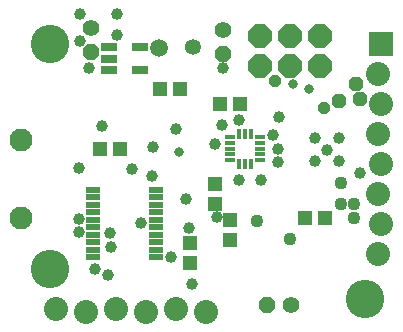
<source format=gbs>
G75*
%MOIN*%
%OFA0B0*%
%FSLAX25Y25*%
%IPPOS*%
%LPD*%
%AMOC8*
5,1,8,0,0,1.08239X$1,22.5*
%
%ADD10C,0.12805*%
%ADD11R,0.01781X0.03750*%
%ADD12R,0.03750X0.01781*%
%ADD13C,0.07687*%
%ADD14R,0.04931X0.04537*%
%ADD15R,0.05100X0.02100*%
%ADD16R,0.05324X0.02765*%
%ADD17R,0.04537X0.04931*%
%ADD18C,0.08000*%
%ADD19R,0.08000X0.08000*%
%ADD20OC8,0.08000*%
%ADD21OC8,0.05600*%
%ADD22C,0.05600*%
%ADD23C,0.03969*%
%ADD24OC8,0.03969*%
%ADD25OC8,0.04756*%
%ADD26C,0.04362*%
%ADD27C,0.05915*%
%ADD28C,0.05324*%
%ADD29C,0.03300*%
D10*
X0021800Y0046800D03*
X0021800Y0121800D03*
X0126800Y0036800D03*
D11*
X0088769Y0081780D03*
X0086800Y0081780D03*
X0084831Y0081780D03*
X0084831Y0091820D03*
X0086800Y0091820D03*
X0088769Y0091820D03*
D12*
X0091820Y0090737D03*
X0091820Y0088769D03*
X0091820Y0086800D03*
X0091820Y0084831D03*
X0091820Y0082863D03*
X0081780Y0082863D03*
X0081780Y0084831D03*
X0081780Y0086800D03*
X0081780Y0088769D03*
X0081780Y0090737D03*
D13*
X0012300Y0089792D03*
X0012300Y0063808D03*
D14*
X0038454Y0086800D03*
X0045146Y0086800D03*
X0058454Y0106800D03*
X0065146Y0106800D03*
X0078454Y0101800D03*
X0085146Y0101800D03*
X0106954Y0063800D03*
X0113646Y0063800D03*
D15*
X0057350Y0063050D03*
X0057350Y0060550D03*
X0057350Y0058050D03*
X0057350Y0055550D03*
X0057350Y0053050D03*
X0057350Y0050550D03*
X0057350Y0065550D03*
X0057350Y0068050D03*
X0057350Y0070550D03*
X0057350Y0073050D03*
X0036250Y0073050D03*
X0036250Y0070550D03*
X0036250Y0068050D03*
X0036250Y0065550D03*
X0036250Y0063050D03*
X0036250Y0060550D03*
X0036250Y0058050D03*
X0036250Y0055550D03*
X0036250Y0053050D03*
X0036250Y0050550D03*
D16*
X0041681Y0113060D03*
X0041681Y0116800D03*
X0041681Y0120540D03*
X0051919Y0120540D03*
X0051919Y0113060D03*
D17*
X0076800Y0075146D03*
X0076800Y0068454D03*
X0081800Y0063146D03*
X0081800Y0056454D03*
X0068500Y0055246D03*
X0068500Y0048554D03*
D18*
X0023800Y0033300D03*
X0033800Y0032300D03*
X0043800Y0033300D03*
X0053800Y0032300D03*
X0063800Y0033300D03*
X0073800Y0032300D03*
X0131300Y0051800D03*
X0132300Y0061800D03*
X0131300Y0071800D03*
X0132300Y0081800D03*
X0131300Y0091800D03*
X0132300Y0101800D03*
X0131300Y0111800D03*
D19*
X0132300Y0121800D03*
D20*
X0111800Y0124300D03*
X0101800Y0124300D03*
X0101800Y0114300D03*
X0111800Y0114300D03*
X0091800Y0114300D03*
X0091800Y0124300D03*
D21*
X0079500Y0118300D03*
X0035700Y0119000D03*
X0094400Y0034600D03*
D22*
X0102400Y0034600D03*
X0079500Y0126300D03*
X0035700Y0127000D03*
D23*
X0031800Y0122800D03*
X0031800Y0131800D03*
X0044300Y0131800D03*
X0044300Y0124800D03*
X0034900Y0113700D03*
X0039300Y0094300D03*
X0031700Y0080200D03*
X0031500Y0063200D03*
X0031500Y0059100D03*
X0041800Y0058600D03*
X0042400Y0053900D03*
X0036800Y0046800D03*
X0041100Y0044700D03*
X0052100Y0062000D03*
X0062200Y0050500D03*
X0069100Y0041700D03*
X0068300Y0060300D03*
X0077500Y0063900D03*
X0067200Y0069900D03*
X0056000Y0077600D03*
X0049300Y0079900D03*
X0056300Y0087300D03*
X0063800Y0093300D03*
X0076800Y0088300D03*
X0079300Y0094800D03*
X0084800Y0096300D03*
X0096300Y0091300D03*
X0097800Y0086800D03*
X0097800Y0082300D03*
X0092300Y0076300D03*
X0084800Y0076300D03*
X0098300Y0097300D03*
X0110300Y0090300D03*
X0114300Y0086300D03*
X0110300Y0082800D03*
X0118300Y0082800D03*
X0125300Y0078800D03*
X0118300Y0090300D03*
X0079700Y0113500D03*
D24*
X0096800Y0109300D03*
X0113300Y0100300D03*
D25*
X0118300Y0102800D03*
X0123800Y0108300D03*
X0125300Y0103300D03*
D26*
X0118800Y0075300D03*
X0118800Y0068300D03*
X0123200Y0068300D03*
X0123200Y0063800D03*
X0101800Y0056800D03*
X0090800Y0062700D03*
D27*
X0058400Y0120300D03*
D28*
X0069454Y0120546D03*
D29*
X0102800Y0108400D03*
X0108200Y0106600D03*
X0065000Y0085600D03*
M02*

</source>
